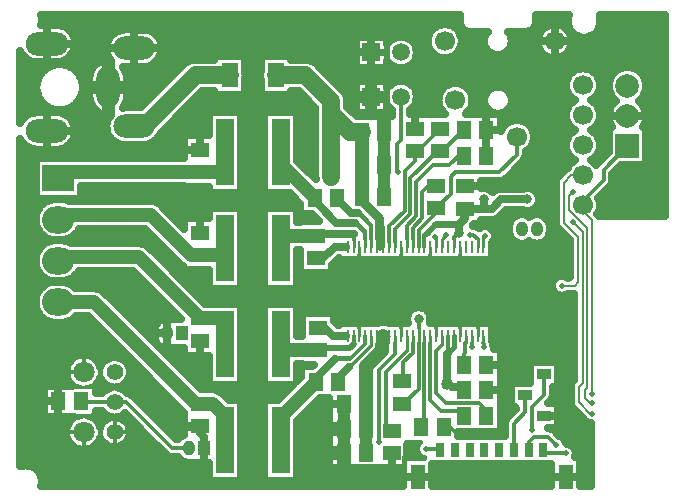
<source format=gbr>
G04 DipTrace 3.3.1.3*
G04 Bottom.gbr*
%MOIN*%
G04 #@! TF.FileFunction,Copper,L2,Bot*
G04 #@! TF.Part,Single*
G04 #@! TA.AperFunction,Nonconductor*
%ADD10C,0.009843*%
G04 #@! TA.AperFunction,Conductor*
%ADD13C,0.01122*%
G04 #@! TA.AperFunction,CopperBalancing*
%ADD14C,0.012992*%
%ADD15C,0.03937*%
%ADD16C,0.025984*%
G04 #@! TA.AperFunction,Conductor*
%ADD17C,0.007874*%
G04 #@! TA.AperFunction,CopperBalancing*
%ADD20C,0.031496*%
G04 #@! TA.AperFunction,Conductor*
%ADD21C,0.059055*%
%ADD22C,0.015748*%
%ADD23C,0.023622*%
G04 #@! TA.AperFunction,ViaPad*
%ADD24C,0.019685*%
G04 #@! TA.AperFunction,CopperBalancing*
%ADD25C,0.043307*%
%ADD26C,0.047244*%
%ADD27C,0.003937*%
%ADD28C,0.025*%
%ADD29C,0.017717*%
%ADD31R,0.059055X0.051181*%
%ADD32R,0.051181X0.059055*%
%ADD37R,0.055118X0.082677*%
G04 #@! TA.AperFunction,ComponentPad*
%ADD40O,0.137795X0.07874*%
%ADD41O,0.07874X0.137795*%
%ADD42O,0.141732X0.07874*%
%ADD43C,0.066929*%
%ADD44R,0.066929X0.066929*%
%ADD45R,0.05937X0.05937*%
%ADD46C,0.05937*%
%ADD47R,0.106299X0.090551*%
%ADD48O,0.106299X0.090551*%
%ADD49R,0.031496X0.047244*%
%ADD50R,0.051181X0.084646*%
G04 #@! TA.AperFunction,ComponentPad*
%ADD51O,0.03937X0.051181*%
%ADD52R,0.03937X0.051181*%
%ADD54R,0.062992X0.224409*%
%ADD63R,0.049213X0.035433*%
%ADD68R,0.01122X0.03937*%
%ADD69R,0.334646X0.137795*%
G04 #@! TA.AperFunction,ComponentPad*
%ADD74C,0.055118*%
%ADD75C,0.070866*%
%ADD78R,0.07874X0.07874*%
%ADD79C,0.07874*%
G04 #@! TA.AperFunction,ViaPad*
%ADD80C,0.04*%
%FSLAX26Y26*%
G04*
G70*
G90*
G75*
G01*
G04 Bottom*
%LPD*%
X3889046Y1125118D2*
D13*
Y1098937D1*
D14*
Y1075521D1*
X3987471Y1125118D2*
D13*
Y1098937D1*
D14*
Y1075521D1*
X4085896Y1125118D2*
D13*
Y1098937D1*
D14*
Y1075521D1*
X3834646Y1507874D2*
D15*
Y1397638D1*
Y1291339D1*
X3889046Y1098937D2*
D14*
Y1026693D1*
X3938259Y977480D1*
X3987471Y1098937D2*
Y1026693D1*
X3938259Y977480D1*
X4085896Y1098937D2*
Y1055836D1*
X4007541Y977480D1*
X3938259D1*
X3699341Y600306D2*
D15*
Y519980D1*
Y439655D1*
X3699136D1*
X3751251Y1125118D2*
D13*
Y1098937D1*
D14*
Y1087332D1*
X3779528Y1059055D1*
X3856684D1*
X3938259Y977480D1*
X3751251Y829843D2*
D13*
Y856024D1*
D14*
Y906230D1*
X3822501Y977480D1*
X3938259D1*
X4007156Y829843D2*
D13*
Y856024D1*
D14*
Y908583D1*
X3938259Y977480D1*
X4085896Y829843D2*
D13*
Y856024D1*
D14*
Y928416D1*
X4036832Y977480D1*
X3938259D1*
X4144951Y829843D2*
D13*
Y856024D1*
D14*
Y957411D1*
X4124882Y977480D1*
X3938259D1*
X4173228Y1429134D2*
D16*
Y1515748D1*
X3108858Y837205D2*
Y776757D1*
X3127741Y757874D1*
X3220472D1*
Y812008D1*
X4031496Y523622D2*
D14*
X4054134D1*
X4076772Y500984D1*
X4221457D1*
X4240157Y519685D1*
Y744094D1*
X4263780Y767717D1*
X3889046Y829843D2*
D13*
Y856024D1*
D14*
Y928268D1*
X3938259Y977480D1*
X3220472Y527559D2*
D16*
Y503848D1*
X3231693Y492627D1*
Y454134D1*
X3889761Y1625984D2*
D14*
Y1480312D1*
X3877953Y1468504D1*
Y1376556D1*
X3878937Y1375572D1*
X4426181Y996063D2*
D17*
X4468504D1*
X4480315Y1007874D1*
Y1158465D1*
X4433071Y1205709D1*
Y1339567D1*
X4457283Y1363780D1*
X4496063D1*
X4046526Y829843D2*
D14*
Y770936D1*
D16*
X4043307Y767717D1*
Y673228D1*
X4059055Y657480D1*
X4086614D1*
X4094488Y649606D1*
X4098425D1*
X4043307Y669291D2*
D14*
Y673228D1*
X4066211Y829843D2*
D22*
Y790621D1*
X4046526Y770936D1*
X4311024Y1283465D2*
D16*
X4224409D1*
X4192913Y1251969D1*
X4160711D1*
X4102362D1*
Y1220472D1*
X4082677Y1200787D1*
D23*
X4007874D1*
D24*
X3976378Y1169291D1*
X3972441D1*
D14*
X3967786Y1164636D1*
Y1125118D1*
X4082677Y1173228D2*
D16*
Y1200787D1*
X4098425Y1216535D1*
Y1248031D1*
X4102362Y1251969D1*
X4165354Y1283465D2*
Y1256612D1*
D14*
X4160711Y1251969D1*
X4066211Y1125118D2*
D13*
Y1151299D1*
D14*
Y1156762D1*
X4082677Y1173228D1*
X2935039Y607874D2*
X2825197D1*
X2822835Y610236D1*
X2935039Y607874D2*
X2973819D1*
X3127559Y454134D1*
X3181693D1*
X3928416Y1125118D2*
D13*
Y1151299D1*
D14*
Y1188259D1*
X3960630Y1220472D1*
Y1307087D1*
X3980315Y1326772D1*
X4006352D1*
Y1328871D1*
X4406496Y464567D2*
X4378937Y492126D1*
X4331693D1*
X4314961Y475394D1*
Y448819D1*
X4325787Y516732D2*
Y592520D1*
X4366142Y632874D1*
Y700787D1*
X4525591Y635827D2*
D17*
Y1214567D1*
X4496063Y1244094D1*
Y1263780D1*
D14*
Y1278273D1*
X4564749Y1346959D1*
Y1382157D1*
X4644677Y1462087D1*
X4125984Y791339D2*
Y802944D1*
X4125266Y803661D1*
D13*
Y829843D1*
X3814961Y476378D2*
D14*
Y714567D1*
X3870079Y769685D1*
Y802944D1*
X3869361Y803661D1*
D13*
Y829843D1*
X3731566D2*
D14*
Y801017D1*
D24*
X3718131Y787583D1*
X3613493D1*
Y781537D1*
D26*
X3507080D1*
X3488189Y800428D1*
X4525591Y569882D2*
D17*
X4519685D1*
X4482283Y607283D1*
Y657480D1*
X4495079Y670276D1*
Y1174213D1*
X4461614Y1207677D1*
X4118110Y1165354D2*
D14*
X4130896D1*
X4144951Y1151299D1*
D13*
Y1125118D1*
X4165354Y791339D2*
D14*
Y802944D1*
X4164636Y803661D1*
D13*
Y829843D1*
Y1125118D2*
Y1161417D1*
X4169291D1*
X3318903Y1696850D2*
D21*
X3204724D1*
X3035433Y1527559D1*
X3000000D1*
X3928416Y829843D2*
D13*
Y803661D1*
D14*
Y770936D1*
X3897638Y740157D1*
Y681102D1*
X3893701Y677165D1*
X3972441Y452756D2*
X4015748D1*
X4019685Y448819D1*
X4070866Y437008D2*
Y446850D1*
X4068898Y448819D1*
X4118110Y437008D2*
Y448819D1*
X4169291Y437008D2*
Y446850D1*
X4167323Y448819D1*
X4216535Y437008D2*
Y448819D1*
X4303150Y631891D2*
Y573819D1*
X4265748Y536417D1*
Y448819D1*
X4438976Y437008D2*
Y437992D1*
X4375000D1*
X4364173Y448819D1*
X4525591Y604331D2*
D17*
X4520669D1*
X4502953Y622047D1*
Y648622D1*
X4510827Y656496D1*
Y1187008D1*
X4449803Y1248031D1*
Y1294291D1*
X4462598Y1307087D1*
X3759843Y1397638D2*
D26*
Y1507874D1*
Y1397638D2*
Y1291339D1*
X3657480Y1358268D2*
D21*
Y1570866D1*
Y1610236D1*
X3570866Y1696850D1*
X3472441D1*
X3810306Y1125118D2*
D13*
Y1151299D1*
D14*
Y1196133D1*
X3817913Y1203740D1*
D20*
Y1220472D1*
X3759843Y1278543D1*
Y1291339D1*
X3829991Y1125118D2*
D13*
Y1151299D1*
D14*
Y1191663D1*
X3817913Y1203740D1*
X3819825Y1117126D2*
Y1203740D1*
X3817913D1*
X3759843Y1507874D2*
D21*
X3720472D1*
X3657480Y1570866D1*
X3773940Y439655D2*
D15*
Y519980D1*
X3774144D1*
Y600306D2*
D26*
Y519980D1*
X3849676Y829843D2*
D13*
X3829991D1*
X3810306D1*
X3829991D2*
D26*
X3826772Y779528D1*
X3774144Y726900D1*
Y600306D1*
D14*
D3*
X3948101Y1125118D2*
Y1180385D1*
X4006352Y1238635D1*
Y1254068D1*
X4055118Y1302835D1*
Y1358268D1*
X4070866Y1374016D1*
X4216535D1*
X4275591Y1433071D1*
Y1492126D1*
X3908731Y1125118D2*
D13*
Y1151299D1*
D14*
Y1196133D1*
X3940945Y1228346D1*
Y1342520D1*
X3996063Y1397638D1*
X4051181D1*
X4098425Y1444882D1*
Y1429134D1*
X3948101Y829843D2*
D13*
Y803661D1*
D14*
Y652825D1*
X3897638Y602362D1*
X3893701D1*
X3948101Y829843D2*
D13*
Y856024D1*
D14*
Y885109D1*
X3948819Y885827D1*
X3908731Y829843D2*
D13*
Y778810D1*
D14*
X3838583Y708661D1*
Y511811D1*
X3858268D1*
X4026841Y829843D2*
D13*
Y798495D1*
D14*
X4007874Y779528D1*
Y637795D1*
X4039370Y606299D1*
X4149606D1*
X4169291Y586614D1*
X4173739Y561626D1*
X3987471Y829843D2*
D13*
Y803661D1*
D14*
Y614891D1*
X4023622Y578740D1*
X4098936D1*
Y561626D1*
X4098731Y732503D2*
Y767411D1*
X4102362Y771042D1*
Y803661D1*
D13*
X4105581D1*
Y829843D1*
X3967786D2*
Y803661D1*
D14*
Y547962D1*
X3956693Y536869D1*
Y523622D1*
X3605619Y675071D2*
D26*
X3488189Y557640D1*
Y480315D1*
X3770936Y829843D2*
D14*
Y802432D1*
X3718583Y750079D1*
X3668126D1*
D16*
X3605619Y687572D1*
D14*
Y675071D1*
X3716535Y724409D2*
D16*
X3680423Y688297D1*
D14*
Y675071D1*
X3790621Y829843D2*
D13*
Y794558D1*
D14*
X3680423Y684360D1*
Y675071D1*
X3711881Y829843D2*
D13*
X3705630D1*
D16*
X3663370D1*
X3636873Y856340D1*
D14*
X3613493D1*
X3770936Y1125118D2*
D13*
Y1151299D1*
D14*
Y1172324D1*
X3736883Y1206377D1*
D16*
X3673545D1*
X3618110Y1261811D1*
D14*
Y1271654D1*
X3602362Y1287402D1*
D26*
X3488189Y1401575D1*
Y1440655D1*
X3677165Y1287402D2*
D14*
X3692913D1*
Y1267717D1*
D16*
X3721457Y1239173D1*
X3745079D1*
D14*
X3790621Y1193631D1*
Y1151299D1*
D13*
Y1125118D1*
X3731566D2*
Y1151299D1*
D14*
Y1168873D1*
D16*
X3613493D1*
D14*
X3607243Y1162622D1*
D26*
X3488189D1*
Y1120542D1*
X3607243Y1087819D2*
D16*
X3630827D1*
X3668126Y1125118D1*
X3704724D1*
D13*
X3711881D1*
X3303150Y480315D2*
D26*
Y561024D1*
X3261811Y602362D1*
X3220472D1*
X3204724D1*
X2866142Y940945D1*
X2748031D1*
X3303150Y800428D2*
Y886811D1*
X3220472D1*
X3016732Y1090551D1*
X2766331D1*
X2754520Y1078740D1*
X2748031D1*
X3303150Y1440655D2*
Y1374016D1*
X3220472D1*
X2783465D1*
D14*
Y1385827D1*
X2748031D1*
Y1354331D1*
X3303150Y1120542D2*
D26*
Y1098425D1*
X3220472D1*
X3188976D1*
X3055118Y1232283D1*
X2748031D1*
Y1216535D1*
X3869361Y1125118D2*
D13*
Y1141732D1*
D14*
Y1184322D1*
X3921260Y1236220D1*
Y1354331D1*
X4011811Y1444882D1*
X4019685D1*
X4027559D1*
X4098425Y1515748D1*
X4019685Y1519685D2*
X3944882Y1444882D1*
X3937008D1*
X3849676Y1125118D2*
D13*
Y1141732D1*
D14*
Y1194156D1*
X3901575Y1246055D1*
Y1377953D1*
X3937008Y1413386D1*
Y1444882D1*
X4039370Y1165354D2*
D13*
X4026841Y1152825D1*
Y1125118D1*
X4003937Y1157480D2*
D14*
X4007156Y1154261D1*
D13*
Y1125118D1*
D15*
X3657480Y1358268D3*
D80*
X4043307Y669291D3*
X4515748Y496063D3*
D24*
X4169291Y1161417D3*
X4165354Y791339D3*
X4118110Y1165354D3*
X4125984Y791339D3*
X4039370Y1165354D3*
X4003937Y1157480D3*
X4525591Y635827D3*
Y604331D3*
Y569882D3*
X4461614Y1207677D3*
X4462598Y1307087D3*
D15*
X3826772Y779528D3*
D20*
X3948819Y885827D3*
D80*
X4007874Y944882D3*
D20*
X4311024Y1283465D3*
D24*
X3878937Y1375572D3*
D20*
X4165354Y1283465D3*
D80*
X4484252Y466535D3*
D20*
X4082677Y1173228D3*
D80*
X3401575Y598425D3*
X4381890Y976378D3*
X3874016D3*
D20*
X3423944Y877343D3*
D80*
X3759843Y976378D3*
X4141732D3*
X4381890Y767717D3*
X3070866Y370079D3*
D20*
X3393701Y1370079D3*
D80*
X2854331Y1012795D3*
D20*
X3425197Y1322835D3*
D80*
X3401575Y370079D3*
Y679790D3*
X2854331Y1298228D3*
Y1440945D3*
Y870079D3*
D24*
X4325787Y516732D3*
X3275591Y1624016D3*
D80*
X2854331Y1155512D3*
X3464567Y1868110D3*
D24*
X3303150Y1624016D3*
D20*
X3366142Y1322835D3*
X3370257Y877343D3*
D24*
X3972441Y452756D3*
X4070866Y437008D3*
X4118110D3*
X4169291D3*
D80*
X3632705Y590551D3*
D24*
X4216535Y437008D3*
D80*
X3627953Y492126D3*
D24*
X3259843Y1771654D3*
D80*
X3921260Y1868110D3*
D24*
X3303150Y1771654D3*
D80*
X4263780Y976378D3*
Y767717D3*
D24*
X3814961Y476378D3*
X3275591Y1578740D3*
X3303150D3*
X3289370Y1600394D3*
X3259843Y1812992D3*
X3303150D3*
X3281496Y1793307D3*
X4438976Y437008D3*
X4406496Y464567D3*
X4426181Y996063D3*
X3670492Y756806D2*
D27*
X3722016D1*
X3670492Y753000D2*
X3722016D1*
X3722406Y760612D2*
X3670102D1*
X3670094Y752054D1*
X3722406Y752047D1*
X3722413Y760605D1*
X2694243Y1872080D2*
D28*
X4083559D1*
X4341614D2*
X4442975D1*
X4556991D2*
X4768480D1*
X2787255Y1847211D2*
X2949152D1*
X3050824D2*
X3989148D1*
X4081705D2*
X4098487D1*
X4326722D2*
X4355310D1*
X4547877D2*
X4768480D1*
X2802362Y1822343D2*
X2915924D1*
X3084089D2*
X3735841D1*
X3846843D2*
X3866352D1*
X3913157D2*
X3977270D1*
X4093583D2*
X4165411D1*
X4259798D2*
X4343432D1*
X4459709D2*
X4768480D1*
X2805089Y1797474D2*
X2906091D1*
X3093921D2*
X3735841D1*
X3939604D2*
X3977773D1*
X4093080D2*
X4166056D1*
X4259152D2*
X4343934D1*
X4459243D2*
X4768480D1*
X2797409Y1772605D2*
X2907060D1*
X3092953D2*
X3735841D1*
X3945273D2*
X3991121D1*
X4079768D2*
X4184609D1*
X4240564D2*
X4357248D1*
X4445894D2*
X4768480D1*
X2622475Y1747736D2*
X2645320D1*
X2772004D2*
X2895290D1*
X3080572D2*
X3187925D1*
X3372274D2*
X3419055D1*
X3587652D2*
X3735841D1*
X3938528D2*
X4768480D1*
X2622475Y1722867D2*
X2707688D1*
X2796226D2*
X2859442D1*
X2967322D2*
X3153476D1*
X3372274D2*
X3419055D1*
X3622101D2*
X3735841D1*
X3846843D2*
X3871950D1*
X3907559D2*
X4626810D1*
X4662563D2*
X4768480D1*
X2622475Y1697999D2*
X2683286D1*
X2820627D2*
X2849143D1*
X2977621D2*
X3128609D1*
X3374248D2*
X3417081D1*
X3646969D2*
X4448249D1*
X4543894D2*
X4590782D1*
X4698554D2*
X4768480D1*
X2622475Y1673130D2*
X2673454D1*
X2830459D2*
X2848175D1*
X2978589D2*
X3103741D1*
X3372274D2*
X3419055D1*
X3671836D2*
X3735841D1*
X3846843D2*
X3863014D1*
X3916495D2*
X4437556D1*
X4554587D2*
X4580448D1*
X4708888D2*
X4768480D1*
X2622475Y1648261D2*
X2672413D1*
X2831500D2*
X2848175D1*
X2978589D2*
X3078874D1*
X3372274D2*
X3419055D1*
X3696703D2*
X3735841D1*
X3940357D2*
X4022950D1*
X4118773D2*
X4179083D1*
X4246126D2*
X4438920D1*
X4553188D2*
X4581021D1*
X4708315D2*
X4768480D1*
X2622475Y1623392D2*
X2679769D1*
X2824180D2*
X2848353D1*
X2978409D2*
X3054005D1*
X3208499D2*
X3567077D1*
X3711165D2*
X3735841D1*
X3945202D2*
X4012329D1*
X4129395D2*
X4164945D1*
X4260265D2*
X4453633D1*
X4538475D2*
X4592827D1*
X4696509D2*
X4768480D1*
X2622475Y1598524D2*
X2699039D1*
X2804909D2*
X2855530D1*
X2971234D2*
X3029138D1*
X3183631D2*
X3591946D1*
X3712852D2*
X3735841D1*
X3937594D2*
X4013764D1*
X4127959D2*
X4166739D1*
X4258471D2*
X4448644D1*
X4543499D2*
X4591140D1*
X4698196D2*
X4768480D1*
X2622475Y1573655D2*
X2664375D1*
X2752950D2*
X2879537D1*
X3158764D2*
X3245843D1*
X3360469D2*
X3430861D1*
X3545524D2*
X3602136D1*
X3922092D2*
X4028584D1*
X4113176D2*
X4188126D1*
X4237084D2*
X4437629D1*
X4554479D2*
X4580555D1*
X4708781D2*
X4768480D1*
X2793283Y1548786D2*
X2908962D1*
X3133896D2*
X3245843D1*
X3360469D2*
X3430861D1*
X3545524D2*
X3602136D1*
X4224631D2*
X4269223D1*
X4281953D2*
X4438777D1*
X4553331D2*
X4580913D1*
X4708458D2*
X4768480D1*
X2804192Y1523917D2*
X2905374D1*
X3109029D2*
X3245843D1*
X3360469D2*
X3430861D1*
X3545524D2*
X3602136D1*
X4325143D2*
X4453130D1*
X4539013D2*
X4579479D1*
X4709858D2*
X4768480D1*
X2804049Y1499049D2*
X2912119D1*
X3087857D2*
X3245843D1*
X3360469D2*
X3430861D1*
X3545524D2*
X3602136D1*
X4334474D2*
X4449039D1*
X4543068D2*
X4579479D1*
X4709858D2*
X4768480D1*
X2792816Y1474180D2*
X2935085D1*
X3064927D2*
X3165104D1*
X3360469D2*
X3430861D1*
X3545524D2*
X3602136D1*
X4331962D2*
X4437736D1*
X4554407D2*
X4579479D1*
X4709858D2*
X4768480D1*
X2622475Y1449311D2*
X2669686D1*
X2747639D2*
X3165104D1*
X3360469D2*
X3430861D1*
X3545524D2*
X3602136D1*
X4315419D2*
X4438633D1*
X4553475D2*
X4579479D1*
X4709858D2*
X4768480D1*
X2622475Y1424442D2*
X3165104D1*
X3360469D2*
X3430861D1*
X3545524D2*
X3602136D1*
X4306627D2*
X4452592D1*
X4539516D2*
X4562362D1*
X4709858D2*
X4768480D1*
X2622475Y1399573D2*
X2669041D1*
X3360469D2*
X3430861D1*
X3559088D2*
X3602136D1*
X4286783D2*
X4449470D1*
X4709858D2*
X4768480D1*
X2622475Y1374705D2*
X2669041D1*
X3360469D2*
X3430861D1*
X3583955D2*
X3602136D1*
X4261916D2*
X4427150D1*
X4601990D2*
X4768480D1*
X2622475Y1349836D2*
X2669041D1*
X3360469D2*
X3430861D1*
X4236509D2*
X4405332D1*
X4597073D2*
X4768480D1*
X2622475Y1324967D2*
X2669041D1*
X2827014D2*
X3245843D1*
X3360469D2*
X3430861D1*
X4157707D2*
X4403323D1*
X4587421D2*
X4768480D1*
X2622475Y1300098D2*
X2669041D1*
X2827014D2*
X3520787D1*
X4348899D2*
X4403323D1*
X4562554D2*
X4768480D1*
X2622475Y1275230D2*
X2702126D1*
X3076589D2*
X3545655D1*
X4351734D2*
X4403323D1*
X4554192D2*
X4768480D1*
X2622475Y1250361D2*
X2677975D1*
X3105942D2*
X3245843D1*
X3360469D2*
X3430861D1*
X4334294D2*
X4403323D1*
X4553761D2*
X4768480D1*
X2622475Y1225492D2*
X2669650D1*
X3130810D2*
X3245843D1*
X3360469D2*
X3430861D1*
X3545524D2*
X3600558D1*
X4220290D2*
X4264415D1*
X4370644D2*
X4403323D1*
X2622475Y1200623D2*
X2670942D1*
X3360469D2*
X3430861D1*
X4135280D2*
X4248123D1*
X4386936D2*
X4403790D1*
X2622475Y1175755D2*
X2682497D1*
X2813558D2*
X3042738D1*
X3360469D2*
X3430861D1*
X4201702D2*
X4247155D1*
X4387904D2*
X4421983D1*
X2622475Y1150886D2*
X2717735D1*
X2778320D2*
X3067606D1*
X3360469D2*
X3430861D1*
X4203245D2*
X4257597D1*
X4377462D2*
X4446850D1*
X2622475Y1126017D2*
X2687951D1*
X3049999D2*
X3092474D1*
X3360469D2*
X3430861D1*
X4196068D2*
X4450546D1*
X2622475Y1101148D2*
X2672808D1*
X3075046D2*
X3117341D1*
X3360469D2*
X3430861D1*
X4196068D2*
X4450546D1*
X2622475Y1076280D2*
X2669112D1*
X3099913D2*
X3142209D1*
X3360469D2*
X3430861D1*
X3673164D2*
X4450546D1*
X2622475Y1051411D2*
X2674745D1*
X3124781D2*
X3165104D1*
X3360469D2*
X3430861D1*
X3662614D2*
X4450546D1*
X2622475Y1026542D2*
X2693155D1*
X2802936D2*
X3011841D1*
X3149650D2*
X3245843D1*
X3360469D2*
X3430861D1*
X3545524D2*
X4410608D1*
X2622475Y1001673D2*
X2705749D1*
X2790304D2*
X3036710D1*
X3174517D2*
X3245843D1*
X3360469D2*
X3430861D1*
X3545524D2*
X4390979D1*
X2622475Y976804D2*
X2679160D1*
X2898962D2*
X3061577D1*
X3199385D2*
X4396684D1*
X2622475Y951936D2*
X2669937D1*
X2924046D2*
X3086445D1*
X3224252D2*
X4465331D1*
X2622475Y927067D2*
X2670475D1*
X2948913D2*
X3111312D1*
X3360469D2*
X3430861D1*
X3545524D2*
X4465331D1*
X2622475Y902198D2*
X2681062D1*
X2973781D2*
X3136181D1*
X3360469D2*
X3430861D1*
X3545524D2*
X3558143D1*
X3668857D2*
X3910848D1*
X3986791D2*
X4465331D1*
X2622475Y877329D2*
X2711993D1*
X2784097D2*
X2860877D1*
X2998648D2*
X3080308D1*
X3360469D2*
X3430861D1*
X3545524D2*
X3558143D1*
X3669755D2*
X3908193D1*
X3989446D2*
X4465331D1*
X2622475Y852461D2*
X2885745D1*
X3023516D2*
X3064377D1*
X3360469D2*
X3430861D1*
X3545524D2*
X3558143D1*
X4196068D2*
X4465331D1*
X2622475Y827592D2*
X2910613D1*
X3048385D2*
X3063514D1*
X3360469D2*
X3430861D1*
X4196068D2*
X4465331D1*
X2622475Y802723D2*
X2935480D1*
X3360469D2*
X3430861D1*
X4199010D2*
X4465331D1*
X2622475Y777854D2*
X2960348D1*
X3098119D2*
X3165104D1*
X3360469D2*
X3430861D1*
X4224955D2*
X4465331D1*
X2622475Y752986D2*
X2791728D1*
X2872049D2*
X2908997D1*
X2961077D2*
X2985215D1*
X3122987D2*
X3245843D1*
X3360469D2*
X3430861D1*
X4224955D2*
X4465331D1*
X2622475Y728117D2*
X2774217D1*
X2984223D2*
X3010084D1*
X3147856D2*
X3245843D1*
X3360469D2*
X3430861D1*
X3545524D2*
X3592304D1*
X4224955D2*
X4315694D1*
X4416576D2*
X4465331D1*
X2622475Y703248D2*
X2770808D1*
X2988206D2*
X3034951D1*
X3172723D2*
X3245843D1*
X3360469D2*
X3430861D1*
X4224955D2*
X4315694D1*
X4416576D2*
X4465331D1*
X2622475Y678379D2*
X2778559D1*
X2979020D2*
X3059819D1*
X3197591D2*
X3245843D1*
X3360469D2*
X3430861D1*
X4224631D2*
X4315694D1*
X4416576D2*
X4462136D1*
X2622475Y653510D2*
X2696600D1*
X2874238D2*
X2910038D1*
X2960037D2*
X3084686D1*
X3222458D2*
X3515154D1*
X4224631D2*
X4252717D1*
X4398455D2*
X4452520D1*
X2622475Y628642D2*
X2696600D1*
X2997715D2*
X3109555D1*
X3304417D2*
X3490286D1*
X4224631D2*
X4252717D1*
X4398168D2*
X4452520D1*
X2622475Y603773D2*
X2696600D1*
X3022583D2*
X3134423D1*
X3360469D2*
X3430861D1*
X3603226D2*
X3647925D1*
X4225171D2*
X4252717D1*
X4416576D2*
X4452735D1*
X2622475Y578904D2*
X2696600D1*
X3047451D2*
X3159290D1*
X3360469D2*
X3430861D1*
X3578357D2*
X3647925D1*
X4225171D2*
X4263554D1*
X4416576D2*
X4469601D1*
X2622475Y554035D2*
X2793020D1*
X2870757D2*
X2911115D1*
X2958961D2*
X2982991D1*
X3072319D2*
X3165104D1*
X3360469D2*
X3430861D1*
X3553490D2*
X3647925D1*
X4225171D2*
X4239189D1*
X4416576D2*
X4493966D1*
X2622475Y529167D2*
X2774612D1*
X2983757D2*
X3007858D1*
X3097186D2*
X3165104D1*
X3360469D2*
X3430861D1*
X3545524D2*
X3647925D1*
X4416576D2*
X4521597D1*
X2622475Y504298D2*
X2770736D1*
X2988314D2*
X3032727D1*
X3122054D2*
X3165104D1*
X3360469D2*
X3430861D1*
X3545524D2*
X3647925D1*
X4082925D2*
X4233411D1*
X4411445D2*
X4521597D1*
X2622475Y479429D2*
X2777984D1*
X2979738D2*
X3057594D1*
X3360469D2*
X3430861D1*
X3545524D2*
X3647710D1*
X4438646D2*
X4521597D1*
X2622475Y454560D2*
X2804682D1*
X2859094D2*
X3082462D1*
X3360469D2*
X3430861D1*
X3545524D2*
X3647710D1*
X4469613D2*
X4521597D1*
X2622475Y429692D2*
X3107975D1*
X3360469D2*
X3430861D1*
X3545524D2*
X3647710D1*
X4473811D2*
X4521597D1*
X2622475Y404823D2*
X3245843D1*
X3360469D2*
X3430861D1*
X3545524D2*
X3647710D1*
X4490390D2*
X4521597D1*
X2680356Y379954D2*
X3245843D1*
X3360469D2*
X3430861D1*
X3545524D2*
X3893480D1*
X3996301D2*
X4387570D1*
X4490390D2*
X4521597D1*
X2693669Y355085D2*
X3245843D1*
X3360469D2*
X3430861D1*
X3545524D2*
X3893480D1*
X3996301D2*
X4387570D1*
X4490390D2*
X4521597D1*
X2693705Y330217D2*
X3893480D1*
X3996301D2*
X4387570D1*
X4490390D2*
X4521597D1*
X3919585Y1568602D2*
X4036984D1*
X4030709Y1574016D1*
X4024921Y1580793D1*
X4020265Y1588391D1*
X4016854Y1596623D1*
X4014774Y1605289D1*
X4014075Y1614173D1*
X4014774Y1623058D1*
X4016854Y1631723D1*
X4020265Y1639955D1*
X4024921Y1647554D1*
X4030709Y1654331D1*
X4037486Y1660118D1*
X4045084Y1664774D1*
X4053316Y1668185D1*
X4061982Y1670265D1*
X4070866Y1670965D1*
X4079751Y1670265D1*
X4088416Y1668185D1*
X4096648Y1664774D1*
X4104247Y1660118D1*
X4111024Y1654331D1*
X4116811Y1647554D1*
X4121467Y1639955D1*
X4124878Y1631723D1*
X4126958Y1623058D1*
X4127657Y1614173D1*
X4126958Y1605289D1*
X4124878Y1596623D1*
X4121467Y1588391D1*
X4116811Y1580793D1*
X4111024Y1574016D1*
X4104726Y1568605D1*
X4205387Y1568644D1*
X4198354Y1570333D1*
X4191672Y1573101D1*
X4185504Y1576881D1*
X4180004Y1581579D1*
X4175306Y1587079D1*
X4171526Y1593247D1*
X4168759Y1599929D1*
X4167070Y1606962D1*
X4166503Y1614173D1*
X4167070Y1621385D1*
X4168759Y1628417D1*
X4171526Y1635100D1*
X4175306Y1641268D1*
X4180004Y1646768D1*
X4185504Y1651466D1*
X4191672Y1655245D1*
X4198354Y1658013D1*
X4205387Y1659702D1*
X4212598Y1660269D1*
X4219810Y1659702D1*
X4226843Y1658013D1*
X4233525Y1655245D1*
X4239693Y1651466D1*
X4245193Y1646768D1*
X4249891Y1641268D1*
X4253671Y1635100D1*
X4256438Y1628417D1*
X4258127Y1621385D1*
X4258694Y1614173D1*
X4258127Y1606962D1*
X4256438Y1599929D1*
X4253671Y1593247D1*
X4249891Y1587079D1*
X4245193Y1581579D1*
X4239693Y1576881D1*
X4233525Y1573101D1*
X4226843Y1570333D1*
X4219458Y1568604D1*
X4222146Y1568602D1*
Y1511339D1*
X4224990Y1517908D1*
X4229646Y1525507D1*
X4235433Y1532283D1*
X4242210Y1538071D1*
X4249808Y1542727D1*
X4258041Y1546138D1*
X4266706Y1548218D1*
X4275591Y1548917D1*
X4284475Y1548218D1*
X4293140Y1546138D1*
X4301373Y1542727D1*
X4308971Y1538071D1*
X4315748Y1532283D1*
X4321535Y1525507D1*
X4326192Y1517908D1*
X4329602Y1509676D1*
X4331682Y1501010D1*
X4332382Y1492126D1*
X4331682Y1483241D1*
X4329602Y1474576D1*
X4326192Y1466344D1*
X4321535Y1458745D1*
X4315748Y1451969D1*
X4308971Y1446181D1*
X4305424Y1443810D1*
X4305322Y1430731D1*
X4304589Y1426109D1*
X4303143Y1421657D1*
X4301018Y1417488D1*
X4298268Y1413702D1*
X4244713Y1360017D1*
X4235904Y1351339D1*
X4232118Y1348588D1*
X4227949Y1346463D1*
X4223497Y1345017D1*
X4218875Y1344285D1*
X4155210Y1344193D1*
X4155217Y1321196D1*
X4162289Y1322419D1*
X4168420D1*
X4174476Y1321459D1*
X4180307Y1319566D1*
X4185770Y1316781D1*
X4190731Y1313177D1*
X4195067Y1308841D1*
X4196543Y1306969D1*
X4200822Y1311081D1*
X4205433Y1314432D1*
X4210510Y1317018D1*
X4215930Y1318780D1*
X4221560Y1319672D1*
X4270341Y1319783D1*
X4296644D1*
X4301902Y1321459D1*
X4307958Y1322419D1*
X4314089D1*
X4320146Y1321459D1*
X4325976Y1319566D1*
X4331440Y1316781D1*
X4336400Y1313177D1*
X4340736Y1308841D1*
X4344340Y1303881D1*
X4347125Y1298417D1*
X4349018Y1292587D1*
X4349978Y1286530D1*
Y1280399D1*
X4349018Y1274343D1*
X4347125Y1268512D1*
X4344340Y1263049D1*
X4340736Y1258088D1*
X4336400Y1253752D1*
X4331440Y1250148D1*
X4325976Y1247364D1*
X4320146Y1245470D1*
X4314089Y1244510D1*
X4307958D1*
X4301902Y1245470D1*
X4296667Y1247144D1*
X4239434Y1247146D1*
X4216501Y1224352D1*
X4211890Y1221001D1*
X4206812Y1218415D1*
X4201392Y1216654D1*
X4195762Y1215761D1*
X4155220Y1215650D1*
X4155217Y1203051D1*
X4134224D1*
X4131745Y1199125D1*
X4129972Y1196877D1*
X4130803Y1195999D1*
X4133236Y1195085D1*
X4137858Y1194353D1*
X4142310Y1192907D1*
X4146479Y1190782D1*
X4148433Y1189476D1*
X4151961Y1189698D1*
X4156598Y1192062D1*
X4161549Y1193671D1*
X4166689Y1194484D1*
X4171894D1*
X4177034Y1193671D1*
X4181984Y1192062D1*
X4186622Y1189698D1*
X4190833Y1186639D1*
X4194513Y1182959D1*
X4197572Y1178748D1*
X4199936Y1174110D1*
X4201545Y1169160D1*
X4202358Y1164020D1*
Y1158815D1*
X4201545Y1153675D1*
X4199936Y1148724D1*
X4197572Y1144087D1*
X4194513Y1139875D1*
X4193567Y1138852D1*
X4193573Y1082106D1*
X4076644D1*
X3997904Y1082142D1*
X3919164D1*
X3820739Y1082106D1*
X3761684Y1082142D1*
X3682944Y1082106D1*
Y1088601D1*
X3660105Y1065734D1*
X3660097Y1038902D1*
X3554388D1*
Y1115678D1*
X3543046Y1115673D1*
X3543012Y985010D1*
X3433366D1*
Y1256073D1*
X3543012D1*
Y1209604D1*
X3554395Y1209571D1*
X3554388Y1211539D1*
X3617007D1*
X3594014Y1234545D1*
X3553445Y1234547D1*
Y1269892D1*
X3518239Y1305129D1*
X3433366Y1305123D1*
Y1576186D1*
X3543012D1*
Y1413164D1*
X3605146Y1351013D1*
X3604626Y1358268D1*
Y1588341D1*
X3548983Y1643986D1*
X3523320Y1643996D1*
X3523327Y1632185D1*
X3421555D1*
Y1682530D1*
X3420238Y1688583D1*
X3419587Y1696850D1*
X3420238Y1705118D1*
X3421552Y1710983D1*
X3421555Y1761516D1*
X3523327D1*
Y1749710D1*
X3575013Y1749542D1*
X3583205Y1748244D1*
X3591093Y1745681D1*
X3598483Y1741916D1*
X3605193Y1737041D1*
X3627727Y1714738D1*
X3697671Y1644563D1*
X3702546Y1637853D1*
X3706311Y1630463D1*
X3708874Y1622575D1*
X3710172Y1614383D1*
X3710335Y1592761D1*
X3742379Y1560714D1*
X3859944Y1560728D1*
X3859938Y1582188D1*
X3855333Y1585673D1*
X3849450Y1591556D1*
X3844346Y1598669D1*
X3844353Y1572972D1*
X3738329D1*
Y1678996D1*
X3844353D1*
X3844562Y1653682D1*
X3849450Y1660412D1*
X3855333Y1666295D1*
X3862063Y1671184D1*
X3869475Y1674961D1*
X3877386Y1677531D1*
X3885602Y1678832D1*
X3893920D1*
X3902136Y1677531D1*
X3910047Y1674961D1*
X3917459Y1671184D1*
X3924189Y1666295D1*
X3930072Y1660412D1*
X3934961Y1653682D1*
X3938738Y1646270D1*
X3941308Y1638360D1*
X3942609Y1630143D1*
Y1621825D1*
X3941308Y1613609D1*
X3938738Y1605698D1*
X3934961Y1598286D1*
X3930072Y1591556D1*
X3924189Y1585673D1*
X3919583Y1582202D1*
X3919584Y1568605D1*
X3650425Y547451D2*
X3650424Y622213D1*
X3619192Y622217D1*
X3543030Y546087D1*
X3543012Y344783D1*
X3433366D1*
Y615846D1*
X3479980D1*
X3529058Y664906D1*
X3433366Y664896D1*
Y935959D1*
X3543012D1*
Y828486D1*
X3560655D1*
X3560639Y905257D1*
X3666348D1*
Y878236D1*
X3678413Y866163D1*
X3682927Y866161D1*
X3682944Y872854D1*
X3811391Y872950D1*
X3818364Y875329D1*
X3825622Y876588D1*
X3832988Y876696D1*
X3840281Y875650D1*
X3847320Y873476D1*
X3848728Y872852D1*
X3911930Y872854D1*
X3910226Y879714D1*
X3909744Y885827D1*
X3910226Y891940D1*
X3911656Y897902D1*
X3914003Y903567D1*
X3917207Y908794D1*
X3921189Y913457D1*
X3925852Y917438D1*
X3931079Y920643D1*
X3936744Y922990D1*
X3942706Y924420D1*
X3948819Y924902D1*
X3954932Y924420D1*
X3960894Y922990D1*
X3966559Y920643D1*
X3971786Y917438D1*
X3976449Y913457D1*
X3980430Y908794D1*
X3983635Y903567D1*
X3985982Y897902D1*
X3987412Y891940D1*
X3987894Y885827D1*
X3987412Y879714D1*
X3985654Y872864D1*
X4193573Y872854D1*
X4193718Y812159D1*
X4194811Y807600D1*
X4197608Y799081D1*
X4198421Y793941D1*
Y788736D1*
X4198108Y785357D1*
X4222451D1*
Y679648D1*
X4222143D1*
X4222146Y614479D1*
X4222656Y614480D1*
Y508772D1*
X4080427D1*
X4080413Y495773D1*
X4235916Y495768D1*
X4236017Y538757D1*
X4236749Y543379D1*
X4238196Y547831D1*
X4240320Y552000D1*
X4243071Y555786D1*
X4273307Y586152D1*
X4268406Y590848D1*
X4255217D1*
Y672934D1*
X4318193D1*
X4318209Y741831D1*
X4414075D1*
Y659744D1*
X4395954D1*
X4395873Y630534D1*
X4395140Y625912D1*
X4393694Y621462D1*
X4391570Y617291D1*
X4388819Y613505D1*
X4379491Y604047D1*
X4414075Y604035D1*
Y521949D1*
X4381277Y521857D1*
X4385899Y521125D1*
X4390350Y519678D1*
X4394520Y517554D1*
X4398306Y514803D1*
X4417304Y495934D1*
X4421555Y494121D1*
X4425992Y491402D1*
X4429950Y488021D1*
X4433331Y484063D1*
X4436050Y479626D1*
X4438042Y474816D1*
X4439172Y470185D1*
X4444165Y469769D1*
X4449226Y468554D1*
X4454035Y466562D1*
X4458472Y463843D1*
X4462430Y460462D1*
X4465811Y456504D1*
X4468530Y452067D1*
X4470522Y447257D1*
X4471738Y442197D1*
X4472146Y437008D1*
X4471738Y431819D1*
X4470522Y426759D1*
X4469531Y424121D1*
X4487894Y424114D1*
Y327463D1*
X4524067Y327461D1*
X4524087Y536761D1*
X4517848Y537629D1*
X4512898Y539238D1*
X4508260Y541601D1*
X4504049Y544660D1*
X4500369Y548340D1*
X4497310Y552551D1*
X4495904Y555110D1*
X4461552Y589577D1*
X4459037Y593038D1*
X4457094Y596850D1*
X4455773Y600919D1*
X4455104Y605144D1*
X4455020Y657480D1*
X4455356Y661745D1*
X4456354Y665906D1*
X4457991Y669858D1*
X4460227Y673505D1*
X4463005Y676759D1*
X4467814Y681567D1*
X4467815Y968797D1*
X4445072Y968799D1*
X4441240Y966509D1*
X4436430Y964517D1*
X4431370Y963302D1*
X4426181Y962894D1*
X4420992Y963302D1*
X4415932Y964517D1*
X4411122Y966509D1*
X4406685Y969228D1*
X4402727Y972609D1*
X4399346Y976567D1*
X4396627Y981004D1*
X4394635Y985814D1*
X4393420Y990874D1*
X4393012Y996063D1*
X4393420Y1001252D1*
X4394635Y1006312D1*
X4396627Y1011122D1*
X4399346Y1015559D1*
X4402727Y1019517D1*
X4406685Y1022898D1*
X4411122Y1025617D1*
X4415932Y1027609D1*
X4420992Y1028824D1*
X4426181Y1029232D1*
X4431370Y1028824D1*
X4436430Y1027609D1*
X4441240Y1025617D1*
X4445043Y1023322D1*
X4453051Y1026247D1*
Y1147140D1*
X4412340Y1188003D1*
X4409824Y1191463D1*
X4407882Y1195276D1*
X4406560Y1199344D1*
X4405891Y1203570D1*
X4405807Y1306759D1*
X4405891Y1341706D1*
X4406560Y1345932D1*
X4407882Y1350000D1*
X4409824Y1353812D1*
X4412339Y1357273D1*
X4438005Y1383058D1*
X4441259Y1385836D1*
X4443046Y1387030D1*
X4445462Y1389562D1*
X4450118Y1397160D1*
X4455906Y1403937D1*
X4462682Y1409724D1*
X4469171Y1413760D1*
X4462682Y1417835D1*
X4455906Y1423622D1*
X4450118Y1430399D1*
X4445462Y1437997D1*
X4442051Y1446230D1*
X4439971Y1454895D1*
X4439272Y1463780D1*
X4439971Y1472664D1*
X4442051Y1481329D1*
X4445462Y1489562D1*
X4450118Y1497160D1*
X4455906Y1503937D1*
X4462682Y1509724D1*
X4469171Y1513760D1*
X4462682Y1517835D1*
X4455906Y1523622D1*
X4450118Y1530399D1*
X4445462Y1537997D1*
X4442051Y1546230D1*
X4439971Y1554895D1*
X4439272Y1563780D1*
X4439971Y1572664D1*
X4442051Y1581329D1*
X4445462Y1589562D1*
X4450118Y1597160D1*
X4455906Y1603937D1*
X4462682Y1609724D1*
X4469171Y1613760D1*
X4462682Y1617835D1*
X4455906Y1623622D1*
X4450118Y1630399D1*
X4445462Y1637997D1*
X4442051Y1646230D1*
X4439971Y1654895D1*
X4439272Y1663780D1*
X4439971Y1672664D1*
X4442051Y1681329D1*
X4445462Y1689562D1*
X4450118Y1697160D1*
X4455906Y1703937D1*
X4462682Y1709724D1*
X4470281Y1714381D1*
X4478513Y1717791D1*
X4487178Y1719871D1*
X4496063Y1720571D1*
X4504948Y1719871D1*
X4513613Y1717791D1*
X4521845Y1714381D1*
X4529444Y1709724D1*
X4536220Y1703937D1*
X4542008Y1697160D1*
X4546664Y1689562D1*
X4550075Y1681329D1*
X4552155Y1672664D1*
X4552854Y1663780D1*
X4552155Y1654895D1*
X4550075Y1646230D1*
X4546664Y1637997D1*
X4542008Y1630399D1*
X4536220Y1623622D1*
X4529444Y1617835D1*
X4522955Y1613799D1*
X4529444Y1609724D1*
X4536220Y1603937D1*
X4542008Y1597160D1*
X4546664Y1589562D1*
X4550075Y1581329D1*
X4552155Y1572664D1*
X4552854Y1563780D1*
X4552155Y1554895D1*
X4550075Y1546230D1*
X4546664Y1537997D1*
X4542008Y1530399D1*
X4536220Y1523622D1*
X4529444Y1517835D1*
X4522955Y1513799D1*
X4529444Y1509724D1*
X4536220Y1503937D1*
X4542008Y1497160D1*
X4546664Y1489562D1*
X4550075Y1481329D1*
X4552155Y1472664D1*
X4552854Y1463780D1*
X4552155Y1454895D1*
X4550075Y1446230D1*
X4546664Y1437997D1*
X4542008Y1430399D1*
X4536220Y1423622D1*
X4529444Y1417835D1*
X4522955Y1413799D1*
X4529444Y1409724D1*
X4536220Y1403937D1*
X4540337Y1399281D1*
X4543661Y1403245D1*
X4582001Y1441585D1*
X4581980Y1524782D1*
X4594289D1*
X4589783Y1531795D1*
X4586618Y1538423D1*
X4584248Y1545375D1*
X4582709Y1552556D1*
X4582020Y1559869D1*
X4582190Y1567213D1*
X4583219Y1574484D1*
X4585091Y1581587D1*
X4587780Y1588421D1*
X4591251Y1594895D1*
X4595454Y1600919D1*
X4600333Y1606408D1*
X4605820Y1611290D1*
X4606852Y1612080D1*
X4600344Y1617752D1*
X4593954Y1625234D1*
X4588814Y1633622D1*
X4585049Y1642711D1*
X4582752Y1652278D1*
X4581980Y1662087D1*
X4582752Y1671894D1*
X4585049Y1681461D1*
X4588814Y1690550D1*
X4593954Y1698938D1*
X4600344Y1706420D1*
X4607825Y1712808D1*
X4616214Y1717949D1*
X4625303Y1721714D1*
X4634870Y1724010D1*
X4644677Y1724783D1*
X4654486Y1724010D1*
X4664051Y1721714D1*
X4673142Y1717949D1*
X4681530Y1712808D1*
X4689010Y1706420D1*
X4695400Y1698938D1*
X4700541Y1690550D1*
X4704306Y1681461D1*
X4706602Y1671894D1*
X4707374Y1662087D1*
X4706602Y1652278D1*
X4704306Y1642711D1*
X4700541Y1633622D1*
X4695400Y1625234D1*
X4689010Y1617752D1*
X4682482Y1612113D1*
X4688209Y1607207D1*
X4693186Y1601807D1*
X4697499Y1595861D1*
X4701087Y1589451D1*
X4703900Y1582667D1*
X4705900Y1575600D1*
X4707060Y1568348D1*
X4707348Y1560249D1*
X4706702Y1552933D1*
X4705206Y1545741D1*
X4702879Y1538776D1*
X4699755Y1532129D1*
X4695873Y1525892D1*
X4695066Y1524785D1*
X4707374Y1524782D1*
Y1399388D1*
X4624159D1*
X4594592Y1369824D1*
X4594480Y1344619D1*
X4593748Y1339997D1*
X4592302Y1335547D1*
X4590177Y1331377D1*
X4587427Y1327591D1*
X4547598Y1287633D1*
X4550075Y1281329D1*
X4552155Y1272664D1*
X4552854Y1263780D1*
X4552155Y1254895D1*
X4550075Y1246230D1*
X4546664Y1237997D1*
X4544528Y1234182D1*
X4547647Y1230592D1*
X4548841Y1228804D1*
X4550808Y1228196D1*
X4556260Y1229035D1*
X4770955D1*
X4770965Y1896936D1*
X4551402Y1896949D1*
X4553308Y1890751D1*
X4554654Y1882255D1*
Y1873651D1*
X4553308Y1865155D1*
X4550650Y1856972D1*
X4546744Y1849308D1*
X4541688Y1842348D1*
X4535605Y1836265D1*
X4528644Y1831209D1*
X4520980Y1827303D1*
X4512798Y1824644D1*
X4504302Y1823299D1*
X4495698D1*
X4487202Y1824644D1*
X4479020Y1827303D1*
X4471356Y1831209D1*
X4464395Y1836265D1*
X4458312Y1842348D1*
X4453256Y1849308D1*
X4449350Y1856972D1*
X4446692Y1865155D1*
X4445346Y1873651D1*
Y1882255D1*
X4446692Y1890751D1*
X4448623Y1896961D1*
X4339255Y1896949D1*
X4339185Y1872546D1*
X4337001Y1862156D1*
X4335667Y1859538D1*
X4330185Y1851612D1*
X4327950Y1849703D1*
X4319853Y1844478D1*
X4317058Y1843570D1*
X4307087Y1841831D1*
X4246909D1*
X4251902Y1835109D1*
X4255185Y1828664D1*
X4257420Y1821785D1*
X4258552Y1814640D1*
Y1807407D1*
X4257420Y1800262D1*
X4255185Y1793383D1*
X4251902Y1786938D1*
X4247650Y1781087D1*
X4242535Y1775972D1*
X4236684Y1771720D1*
X4230239Y1768437D1*
X4223360Y1766202D1*
X4216215Y1765070D1*
X4208982D1*
X4201837Y1766202D1*
X4194958Y1768437D1*
X4188513Y1771720D1*
X4182661Y1775972D1*
X4177547Y1781087D1*
X4173295Y1786938D1*
X4170012Y1793383D1*
X4167777Y1800262D1*
X4166644Y1807407D1*
Y1814640D1*
X4167777Y1821785D1*
X4170012Y1828664D1*
X4173295Y1835109D1*
X4177547Y1840961D1*
X4178344Y1841822D1*
X4116640Y1841917D1*
X4106251Y1844101D1*
X4103633Y1845436D1*
X4095706Y1850917D1*
X4093798Y1853152D1*
X4088572Y1861249D1*
X4087664Y1864043D1*
X4085925Y1874016D1*
Y1896946D1*
X2690509Y1896949D1*
X2691944Y1890466D1*
X2692618Y1881890D1*
X2691944Y1873314D1*
X2690186Y1865839D1*
X2744178Y1865718D1*
X2751467Y1864818D1*
X2758602Y1863072D1*
X2765483Y1860504D1*
X2772017Y1857148D1*
X2778113Y1853052D1*
X2783689Y1848270D1*
X2788667Y1842870D1*
X2792979Y1836925D1*
X2796567Y1830516D1*
X2799381Y1823731D1*
X2801381Y1816664D1*
X2802541Y1809411D1*
X2802827Y1801312D1*
X2802182Y1793996D1*
X2800686Y1786806D1*
X2798360Y1779839D1*
X2795234Y1773192D1*
X2791353Y1766957D1*
X2786769Y1761218D1*
X2781545Y1756054D1*
X2775753Y1751537D1*
X2769472Y1747728D1*
X2762790Y1744681D1*
X2755798Y1742434D1*
X2748589Y1741022D1*
X2741266Y1740462D1*
X2672766Y1740608D1*
X2665482Y1741551D1*
X2658358Y1743340D1*
X2651492Y1745950D1*
X2644979Y1749345D1*
X2638908Y1753478D1*
X2633361Y1758293D1*
X2628416Y1763723D1*
X2624140Y1769696D1*
X2620592Y1776126D1*
X2619959Y1777501D1*
X2619957Y1537437D1*
X2623739Y1544619D1*
X2627942Y1550643D1*
X2632820Y1556134D1*
X2638308Y1561016D1*
X2644329Y1565222D1*
X2650801Y1568696D1*
X2657634Y1571388D1*
X2664736Y1573264D1*
X2672008Y1574295D1*
X2682677Y1574508D1*
X2744178Y1574379D1*
X2751467Y1573479D1*
X2758602Y1571734D1*
X2765483Y1569165D1*
X2772017Y1565810D1*
X2778113Y1561714D1*
X2783689Y1556932D1*
X2788667Y1551531D1*
X2792979Y1545587D1*
X2796567Y1539177D1*
X2799381Y1532392D1*
X2801381Y1525325D1*
X2802541Y1518072D1*
X2802827Y1509974D1*
X2802182Y1502657D1*
X2800686Y1495467D1*
X2798360Y1488500D1*
X2795234Y1481853D1*
X2791353Y1475618D1*
X2786769Y1469879D1*
X2781545Y1464715D1*
X2775753Y1460198D1*
X2769472Y1456390D1*
X2762790Y1453343D1*
X2755798Y1451096D1*
X2748589Y1449684D1*
X2741266Y1449123D1*
X2672766Y1449269D1*
X2665482Y1450213D1*
X2658358Y1452001D1*
X2651492Y1454612D1*
X2644979Y1458007D1*
X2638908Y1462139D1*
X2633361Y1466954D1*
X2628416Y1472385D1*
X2624140Y1478357D1*
X2620592Y1484787D1*
X2619959Y1486163D1*
X2619957Y394383D1*
X2629219Y396668D1*
X2637795Y397343D1*
X2646371Y396668D1*
X2654736Y394659D1*
X2662684Y391367D1*
X2670020Y386873D1*
X2676560Y381285D1*
X2682148Y374744D1*
X2686643Y367408D1*
X2689934Y359461D1*
X2691944Y351096D1*
X2692618Y342520D1*
X2691944Y333944D1*
X2690469Y327472D1*
X3895950Y327461D1*
X3895965Y388088D1*
X3822854Y388091D1*
X3822857Y386801D1*
X3650219D1*
X3650424Y502034D1*
Y547457D1*
X3599281Y732619D2*
X3560639D1*
Y734593D1*
X3542982Y734588D1*
X3543012Y678849D1*
X3556715Y692563D1*
X3556702Y727925D1*
X3594633D1*
X3248331Y763091D2*
X3167618D1*
Y788289D1*
X3115846Y788287D1*
X3115761Y788845D1*
X3110280Y788311D1*
X3104774Y788482D1*
X3099335Y789354D1*
X3094052Y790916D1*
X3089013Y793139D1*
X3084299Y795988D1*
X3079988Y799416D1*
X3076151Y803367D1*
X3072849Y807776D1*
X3070138Y812571D1*
X3068062Y817672D1*
X3066655Y822997D1*
X3065941Y828459D1*
X3065854Y843942D1*
X3066314Y849432D1*
X3067470Y854816D1*
X3069306Y860010D1*
X3071790Y864927D1*
X3074882Y869484D1*
X3078530Y873610D1*
X3082677Y877236D1*
X3087253Y880302D1*
X3092182Y882759D1*
X3097387Y884564D1*
X3102778Y885690D1*
X3108269Y886118D1*
X3113770Y885841D1*
X3115852Y885545D1*
X3115846Y886122D1*
X3154781D1*
X2997299Y1043588D1*
X2814812Y1043602D1*
X2811406Y1038417D1*
X2804415Y1030231D1*
X2796228Y1023240D1*
X2787050Y1017615D1*
X2777105Y1013496D1*
X2766638Y1010983D1*
X2755906Y1010138D1*
X2734776Y1010349D1*
X2724143Y1012033D1*
X2713904Y1015360D1*
X2704312Y1020247D1*
X2695604Y1026575D1*
X2687992Y1034186D1*
X2681664Y1042895D1*
X2676777Y1052487D1*
X2673450Y1062726D1*
X2671766Y1073358D1*
Y1084122D1*
X2673450Y1094755D1*
X2676777Y1104993D1*
X2681664Y1114585D1*
X2687992Y1123294D1*
X2695604Y1130906D1*
X2704312Y1137234D1*
X2713904Y1142121D1*
X2724143Y1145448D1*
X2734776Y1147131D1*
X2755906Y1147343D1*
X2761287Y1147131D1*
X2771920Y1145448D1*
X2782159Y1142121D1*
X2791291Y1137491D1*
X3020416Y1137356D1*
X3027693Y1136203D1*
X3034699Y1133927D1*
X3041262Y1130581D1*
X3047223Y1126252D1*
X3069417Y1104262D1*
X3237925Y935753D1*
X3248322Y935728D1*
X3248327Y935959D1*
X3357972D1*
Y664896D1*
X3248327D1*
Y763112D1*
X3167618Y500682D2*
Y573067D1*
X2846715Y893976D1*
X2805892Y893996D1*
X2800459Y888780D1*
X2791751Y882451D1*
X2782159Y877564D1*
X2771920Y874238D1*
X2761287Y872554D1*
X2740157Y872343D1*
X2734776Y872554D1*
X2724143Y874238D1*
X2713904Y877564D1*
X2704312Y882451D1*
X2695604Y888780D1*
X2687992Y896391D1*
X2681664Y905100D1*
X2676777Y914692D1*
X2673450Y924930D1*
X2671766Y935563D1*
Y946327D1*
X2673450Y956959D1*
X2676777Y967198D1*
X2681664Y976790D1*
X2687992Y985499D1*
X2695604Y993110D1*
X2704312Y999438D1*
X2713904Y1004325D1*
X2724143Y1007652D1*
X2734776Y1009336D1*
X2755906Y1009547D1*
X2766638Y1008702D1*
X2777105Y1006189D1*
X2787050Y1002070D1*
X2796228Y996445D1*
X2804415Y989454D1*
X2805857Y987894D1*
X2869825Y987749D1*
X2877102Y986597D1*
X2884109Y984320D1*
X2890672Y980975D1*
X2896633Y976646D1*
X2918827Y954656D1*
X3222223Y651259D1*
X3273327Y651280D1*
Y647870D1*
X3279778Y645738D1*
X3286341Y642392D1*
X3292302Y638063D1*
X3314724Y615845D1*
X3357972Y615846D1*
Y344783D1*
X3248327D1*
Y405248D1*
X3188681Y405217D1*
Y405783D1*
X3181693Y405217D1*
X3174965Y405747D1*
X3168402Y407322D1*
X3162165Y409904D1*
X3156411Y413430D1*
X3151280Y417815D1*
X3146895Y422946D1*
X3145979Y424318D1*
X3125219Y424403D1*
X3120597Y425135D1*
X3116146Y426581D1*
X3111976Y428706D1*
X3108190Y431457D1*
X3054505Y485012D1*
X2969274Y570243D1*
X2964949Y566706D1*
X2958140Y562534D1*
X2950764Y559479D1*
X2944392Y557892D1*
X2950383Y556391D1*
X2957206Y553677D1*
X2963568Y550010D1*
X2969335Y545466D1*
X2974388Y540139D1*
X2978622Y534139D1*
X2981949Y527593D1*
X2984299Y520638D1*
X2985622Y513415D1*
X2985892Y506037D1*
X2985098Y498738D1*
X2983262Y491629D1*
X2980423Y484857D1*
X2976636Y478566D1*
X2971986Y472883D1*
X2966566Y467930D1*
X2960488Y463808D1*
X2953881Y460605D1*
X2946882Y458386D1*
X2939636Y457197D1*
X2932295Y457062D1*
X2925010Y457987D1*
X2917934Y459949D1*
X2911215Y462909D1*
X2904992Y466807D1*
X2899395Y471559D1*
X2894539Y477067D1*
X2890528Y483217D1*
X2887651Y489353D1*
X2885109Y482966D1*
X2881587Y476521D1*
X2877287Y470567D1*
X2872278Y465196D1*
X2866639Y460491D1*
X2860457Y456526D1*
X2853828Y453364D1*
X2846857Y451052D1*
X2839652Y449629D1*
X2832325Y449115D1*
X2824993Y449520D1*
X2817768Y450836D1*
X2810762Y453043D1*
X2804088Y456108D1*
X2797848Y459980D1*
X2792139Y464601D1*
X2787051Y469898D1*
X2782664Y475787D1*
X2779046Y482178D1*
X2776253Y488971D1*
X2774329Y496059D1*
X2773306Y503332D1*
X2773197Y510675D1*
X2774004Y517975D1*
X2775717Y525117D1*
X2778306Y531990D1*
X2781734Y538486D1*
X2785944Y544503D1*
X2790871Y549948D1*
X2796441Y554736D1*
X2800255Y557382D1*
X2699114D1*
Y663091D1*
X2793833D1*
X2788260Y668514D1*
X2783692Y674264D1*
X2779875Y680539D1*
X2776871Y687241D1*
X2774727Y694265D1*
X2773476Y701503D1*
X2773138Y708839D1*
X2773717Y716160D1*
X2775205Y723352D1*
X2777579Y730302D1*
X2780801Y736902D1*
X2784822Y743049D1*
X2789576Y748646D1*
X2794993Y753605D1*
X2800986Y757850D1*
X2807462Y761315D1*
X2814319Y763945D1*
X2821450Y765699D1*
X2828745Y766550D1*
X2836089Y766484D1*
X2843367Y765501D1*
X2850467Y763619D1*
X2857276Y760867D1*
X2863688Y757286D1*
X2869604Y752934D1*
X2874930Y747878D1*
X2879584Y742196D1*
X2883492Y735978D1*
X2886596Y729322D1*
X2887647Y726398D1*
X2889699Y730975D1*
X2893871Y737783D1*
X2899058Y743856D1*
X2905130Y749042D1*
X2911938Y753214D1*
X2919315Y756269D1*
X2927079Y758134D1*
X2935039Y758760D1*
X2943000Y758134D1*
X2950764Y756269D1*
X2958140Y753214D1*
X2964949Y749042D1*
X2971021Y743856D1*
X2976207Y737783D1*
X2980379Y730975D1*
X2983434Y723598D1*
X2985299Y715835D1*
X2985925Y707874D1*
X2985299Y699913D1*
X2983434Y692150D1*
X2980379Y684773D1*
X2976207Y677965D1*
X2971021Y671892D1*
X2964949Y666706D1*
X2958140Y662534D1*
X2950764Y659479D1*
X2944392Y657892D1*
X2950764Y656269D1*
X2958140Y653214D1*
X2964949Y649042D1*
X2971021Y643856D1*
X2976337Y637589D1*
X2980781Y636873D1*
X2985231Y635427D1*
X2989402Y633302D1*
X2993188Y630551D1*
X3046873Y576996D1*
X3139919Y483950D1*
X3145967Y483957D1*
X3148987Y487974D1*
X3153759Y492745D1*
X3159219Y496713D1*
X3165234Y499777D1*
X3167622Y500659D1*
X3169455Y1497736D2*
X3248322D1*
X3248327Y1576186D1*
X3357972D1*
Y1305123D1*
X3248327D1*
Y1325110D1*
X3167618Y1325098D1*
Y1327072D1*
X2824491Y1327067D1*
X2824508Y1285728D1*
X2671555D1*
Y1422933D1*
X2824508D1*
Y1420959D1*
X3167605Y1420965D1*
X3167618Y1497736D1*
X3169455D1*
Y1222146D2*
X3248322D1*
X3248327Y1256073D1*
X3357972D1*
Y985010D1*
X3248327D1*
Y1049495D1*
X3167618Y1049508D1*
Y1056648D1*
X3161381Y1060442D1*
X3155778Y1065227D1*
X3035684Y1185323D1*
X2817026Y1185335D1*
X2811406Y1176213D1*
X2804415Y1168026D1*
X2796228Y1161035D1*
X2787050Y1155411D1*
X2777105Y1151291D1*
X2766638Y1148778D1*
X2755906Y1147933D1*
X2734776Y1148144D1*
X2724143Y1149828D1*
X2713904Y1153155D1*
X2704312Y1158042D1*
X2695604Y1164370D1*
X2687992Y1171982D1*
X2681664Y1180690D1*
X2676777Y1190282D1*
X2673450Y1200521D1*
X2671766Y1211154D1*
Y1221917D1*
X2673450Y1232550D1*
X2676777Y1242789D1*
X2681664Y1252381D1*
X2687992Y1261089D1*
X2695604Y1268701D1*
X2704312Y1275029D1*
X2713904Y1279916D1*
X2724143Y1283243D1*
X2734776Y1284927D1*
X2755906Y1285138D1*
X2766638Y1284293D1*
X2777105Y1281780D1*
X2783630Y1279238D1*
X3058802Y1279088D1*
X3066079Y1277936D1*
X3073085Y1275659D1*
X3079648Y1272314D1*
X3085609Y1267984D1*
X3107803Y1245995D1*
X3167610Y1186188D1*
X3167618Y1222146D1*
X3169455D1*
X2869909Y663091D2*
X2871752D1*
Y637720D1*
X2893871Y637783D1*
X2899058Y643856D1*
X2905130Y649042D1*
X2911938Y653214D1*
X2919315Y656269D1*
X2925686Y657856D1*
X2919315Y659479D1*
X2911938Y662534D1*
X2905130Y666706D1*
X2899058Y671892D1*
X2893871Y677965D1*
X2889699Y684773D1*
X2887665Y689382D1*
X2885109Y682966D1*
X2881587Y676521D1*
X2877287Y670567D1*
X2872278Y665196D1*
X2869919Y663088D1*
X2871752Y578081D2*
Y557382D1*
X2863688Y557286D1*
X2869604Y552934D1*
X2874930Y547878D1*
X2879584Y542196D1*
X2883492Y535978D1*
X2886596Y529322D1*
X2887647Y526398D1*
X2890508Y532497D1*
X2894514Y538650D1*
X2899366Y544161D1*
X2904961Y548917D1*
X2911180Y552820D1*
X2917898Y555786D1*
X2924971Y557753D1*
X2925600Y557869D1*
X2919315Y559479D1*
X2911938Y562534D1*
X2905130Y566706D1*
X2899058Y571892D1*
X2893811Y578055D1*
X2871776Y578051D1*
X3277203Y1761516D2*
X3369789D1*
Y1711171D1*
X3371106Y1705118D1*
X3371757Y1696850D1*
X3371106Y1688583D1*
X3369791Y1682718D1*
X3369789Y1632185D1*
X3268017D1*
Y1643991D1*
X3226644Y1643996D1*
X3088256Y1505634D1*
X3085391Y1499096D1*
X3080251Y1490707D1*
X3073861Y1483226D1*
X3066379Y1476836D1*
X3057991Y1471696D1*
X3048902Y1467930D1*
X3039336Y1465634D1*
X3029528Y1464862D1*
X2970472D1*
X2960664Y1465634D1*
X2951098Y1467930D1*
X2942009Y1471696D1*
X2933621Y1476836D1*
X2926139Y1483226D1*
X2919749Y1490707D1*
X2914609Y1499096D1*
X2910844Y1508185D1*
X2908547Y1517751D1*
X2907776Y1527559D1*
X2908547Y1537367D1*
X2910844Y1546933D1*
X2914609Y1556022D1*
X2919749Y1564411D1*
X2920761Y1565696D1*
X2912657Y1565260D1*
X2905331Y1565776D1*
X2898114Y1567144D1*
X2891108Y1569348D1*
X2884407Y1572356D1*
X2878104Y1576126D1*
X2872285Y1580608D1*
X2867030Y1585739D1*
X2862411Y1591450D1*
X2858492Y1597661D1*
X2855325Y1604290D1*
X2852957Y1611241D1*
X2851417Y1618424D1*
X2850728Y1625736D1*
X2850776Y1690301D1*
X2851591Y1697601D1*
X2853253Y1704755D1*
X2855741Y1711665D1*
X2859020Y1718238D1*
X2863046Y1724381D1*
X2867761Y1730012D1*
X2873104Y1735052D1*
X2878999Y1739433D1*
X2885366Y1743096D1*
X2892118Y1745987D1*
X2899161Y1748070D1*
X2906400Y1749315D1*
X2913735Y1749703D1*
X2920701Y1749272D1*
X2916490Y1755516D1*
X2913131Y1762047D1*
X2910559Y1768928D1*
X2908810Y1776060D1*
X2907907Y1783350D1*
X2907862Y1790694D1*
X2908677Y1797995D1*
X2910340Y1805148D1*
X2912828Y1812059D1*
X2916106Y1818631D1*
X2920133Y1824774D1*
X2924848Y1830406D1*
X2930190Y1835446D1*
X2936085Y1839827D1*
X2942453Y1843490D1*
X2949205Y1846381D1*
X2956248Y1848463D1*
X2963487Y1849709D1*
X2972310Y1850098D1*
X3033549Y1849970D1*
X3040837Y1849070D1*
X3047972Y1847324D1*
X3054853Y1844756D1*
X3061387Y1841400D1*
X3067483Y1837304D1*
X3073059Y1832522D1*
X3078037Y1827122D1*
X3082349Y1821177D1*
X3085937Y1814768D1*
X3088751Y1807983D1*
X3090751Y1800916D1*
X3091911Y1793663D1*
X3092197Y1785564D1*
X3091552Y1778248D1*
X3090056Y1771058D1*
X3087730Y1764091D1*
X3084604Y1757444D1*
X3080723Y1751209D1*
X3076139Y1745470D1*
X3070915Y1740306D1*
X3065123Y1735789D1*
X3058843Y1731980D1*
X3052160Y1728933D1*
X3045168Y1726686D1*
X3037959Y1725274D1*
X3030636Y1724714D1*
X2966073Y1724860D1*
X2963151Y1725140D1*
X2967175Y1719220D1*
X2970572Y1712709D1*
X2973186Y1705845D1*
X2974979Y1698722D1*
X2975927Y1691438D1*
X2976083Y1675984D1*
X2975841Y1622448D1*
X2974768Y1615182D1*
X2972853Y1608091D1*
X2970122Y1601273D1*
X2966613Y1594820D1*
X2963151Y1589827D1*
X2970492Y1590255D1*
X3023402Y1590256D1*
X3170398Y1737041D1*
X3177108Y1741916D1*
X3184497Y1745681D1*
X3192386Y1748244D1*
X3200577Y1749542D1*
X3232283Y1749705D1*
X3267988D1*
X3268017Y1761516D1*
X3277203D1*
X2829322Y1651392D2*
X2828605Y1645343D1*
X2827416Y1639367D1*
X2825762Y1633503D1*
X2823654Y1627787D1*
X2821104Y1622255D1*
X2818126Y1616938D1*
X2814741Y1611873D1*
X2810970Y1607088D1*
X2806835Y1602614D1*
X2802361Y1598479D1*
X2797576Y1594707D1*
X2792510Y1591323D1*
X2787194Y1588345D1*
X2781661Y1585795D1*
X2775946Y1583686D1*
X2770081Y1582033D1*
X2764106Y1580844D1*
X2758056Y1580127D1*
X2751969Y1579888D1*
X2745881Y1580127D1*
X2739831Y1580844D1*
X2733856Y1582033D1*
X2727991Y1583686D1*
X2722276Y1585795D1*
X2716743Y1588345D1*
X2711427Y1591323D1*
X2706361Y1594707D1*
X2701576Y1598479D1*
X2697102Y1602614D1*
X2692967Y1607088D1*
X2689196Y1611873D1*
X2685811Y1616938D1*
X2682833Y1622255D1*
X2680283Y1627787D1*
X2678175Y1633503D1*
X2676521Y1639367D1*
X2675332Y1645343D1*
X2674615Y1651392D1*
X2674377Y1657480D1*
X2674615Y1663568D1*
X2675332Y1669618D1*
X2676521Y1675593D1*
X2678175Y1681458D1*
X2680283Y1687173D1*
X2682833Y1692706D1*
X2685811Y1698022D1*
X2689196Y1703088D1*
X2692967Y1707873D1*
X2697102Y1712346D1*
X2701576Y1716482D1*
X2706361Y1720253D1*
X2711427Y1723638D1*
X2716743Y1726615D1*
X2722276Y1729165D1*
X2727991Y1731274D1*
X2733856Y1732928D1*
X2739831Y1734117D1*
X2745881Y1734833D1*
X2751969Y1735072D1*
X2758056Y1734833D1*
X2764106Y1734117D1*
X2770081Y1732928D1*
X2775946Y1731274D1*
X2781661Y1729165D1*
X2787194Y1726615D1*
X2792510Y1723638D1*
X2797576Y1720253D1*
X2802361Y1716482D1*
X2806835Y1712346D1*
X2810970Y1707873D1*
X2814741Y1703088D1*
X2818126Y1698022D1*
X2821104Y1692706D1*
X2823654Y1687173D1*
X2825762Y1681458D1*
X2827416Y1675593D1*
X2828605Y1669618D1*
X2829322Y1663568D1*
X2829560Y1657480D1*
X2829322Y1651392D1*
X4458336Y1809186D2*
X4457625Y1801877D1*
X4455976Y1794720D1*
X4453417Y1787837D1*
X4449992Y1781341D1*
X4445756Y1775341D1*
X4440782Y1769938D1*
X4435152Y1765222D1*
X4428962Y1761272D1*
X4422312Y1758154D1*
X4415316Y1755920D1*
X4408091Y1754608D1*
X4400756Y1754238D1*
X4393436Y1754819D1*
X4386251Y1756339D1*
X4379322Y1758774D1*
X4372765Y1762083D1*
X4366690Y1766209D1*
X4361199Y1771085D1*
X4356383Y1776630D1*
X4352323Y1782749D1*
X4349085Y1789341D1*
X4346727Y1796295D1*
X4345285Y1803497D1*
X4344783Y1810824D1*
X4345232Y1818154D1*
X4346625Y1825365D1*
X4348934Y1832336D1*
X4352125Y1838950D1*
X4356142Y1845098D1*
X4360919Y1850676D1*
X4366375Y1855592D1*
X4372421Y1859761D1*
X4378954Y1863115D1*
X4385866Y1865598D1*
X4393039Y1867169D1*
X4400356Y1867802D1*
X4407693Y1867484D1*
X4414928Y1866223D1*
X4421940Y1864038D1*
X4428610Y1860967D1*
X4434829Y1857060D1*
X4440492Y1852385D1*
X4445504Y1847017D1*
X4449781Y1841047D1*
X4453252Y1834575D1*
X4455860Y1827709D1*
X4457559Y1820564D1*
X4458322Y1813260D1*
X4458336Y1809186D1*
X4092050Y1806568D2*
X4090655Y1797766D1*
X4087902Y1789290D1*
X4083856Y1781350D1*
X4078618Y1774140D1*
X4072316Y1767839D1*
X4065106Y1762601D1*
X4057167Y1758555D1*
X4048690Y1755802D1*
X4039888Y1754407D1*
X4030978D1*
X4022176Y1755802D1*
X4013699Y1758555D1*
X4005760Y1762601D1*
X3998550Y1767839D1*
X3992248Y1774140D1*
X3987010Y1781350D1*
X3982965Y1789290D1*
X3980211Y1797766D1*
X3978816Y1806568D1*
Y1815479D1*
X3980211Y1824281D1*
X3982965Y1832757D1*
X3987010Y1840697D1*
X3992248Y1847907D1*
X3998550Y1854209D1*
X4005760Y1859446D1*
X4013699Y1863492D1*
X4022176Y1866245D1*
X4030978Y1867640D1*
X4039888D1*
X4048690Y1866245D1*
X4057167Y1863492D1*
X4065106Y1859446D1*
X4072316Y1854209D1*
X4078618Y1847907D1*
X4083856Y1840697D1*
X4087902Y1832757D1*
X4090655Y1824281D1*
X4092050Y1815479D1*
Y1806568D1*
X4029802Y401870D2*
X3993773D1*
X3993799Y327463D1*
X4390075Y327461D1*
X4390059Y401867D1*
X4079035Y401870D1*
X4029823Y401906D1*
X4249508Y1190932D2*
X4250038Y1197673D1*
X4251613Y1204236D1*
X4254196Y1210472D1*
X4257722Y1216227D1*
X4262106Y1221358D1*
X4267238Y1225743D1*
X4272992Y1229269D1*
X4279228Y1231852D1*
X4285791Y1233427D1*
X4292520Y1233957D1*
X4299248Y1233427D1*
X4305811Y1231852D1*
X4312047Y1229269D1*
X4317505Y1225940D1*
X4322992Y1229269D1*
X4329228Y1231852D1*
X4335791Y1233427D1*
X4342520Y1233957D1*
X4349248Y1233427D1*
X4355811Y1231852D1*
X4362047Y1229269D1*
X4367802Y1225743D1*
X4372933Y1221358D1*
X4377318Y1216227D1*
X4380844Y1210472D1*
X4383427Y1204236D1*
X4385001Y1197673D1*
X4385531Y1190945D1*
X4385399Y1175760D1*
X4384343Y1169093D1*
X4382257Y1162675D1*
X4379193Y1156660D1*
X4375226Y1151199D1*
X4370454Y1146428D1*
X4364993Y1142461D1*
X4358979Y1139396D1*
X4352560Y1137311D1*
X4345894Y1136255D1*
X4339146D1*
X4332479Y1137311D1*
X4326060Y1139396D1*
X4320046Y1142461D1*
X4317534Y1144139D1*
X4312047Y1140810D1*
X4305811Y1138227D1*
X4299248Y1136652D1*
X4292520Y1136122D1*
X4285791Y1136652D1*
X4279228Y1138227D1*
X4272992Y1140810D1*
X4267238Y1144336D1*
X4262106Y1148720D1*
X4257722Y1153852D1*
X4254196Y1159606D1*
X4251613Y1165843D1*
X4250038Y1172406D1*
X4249508Y1179147D1*
Y1190811D1*
X3740164Y1826634D2*
X3844350D1*
X3844559Y1801320D1*
X3849448Y1808050D1*
X3855331Y1813933D1*
X3862060Y1818822D1*
X3869472Y1822598D1*
X3877383Y1825169D1*
X3885600Y1826470D1*
X3893917D1*
X3902134Y1825169D1*
X3910045Y1822598D1*
X3917457Y1818822D1*
X3924186Y1813933D1*
X3930070Y1808050D1*
X3934958Y1801320D1*
X3938735Y1793908D1*
X3941306Y1785997D1*
X3942606Y1777781D1*
Y1769463D1*
X3941306Y1761247D1*
X3938735Y1753336D1*
X3934958Y1745924D1*
X3930070Y1739194D1*
X3924186Y1733311D1*
X3917457Y1728423D1*
X3910045Y1724646D1*
X3902134Y1722075D1*
X3893917Y1720774D1*
X3885600D1*
X3877383Y1722075D1*
X3869472Y1724646D1*
X3862060Y1728423D1*
X3855331Y1733311D1*
X3849448Y1739194D1*
X3844344Y1746307D1*
X3844350Y1720610D1*
X3738327D1*
Y1826634D1*
X3740164D1*
X3937008Y1568567D2*
D16*
Y1519685D1*
X3650459Y600306D2*
X3699341D1*
X3834646Y1560693D2*
D26*
Y1507874D1*
X3650459Y519980D2*
X3699341D1*
X3699136Y439655D2*
Y386836D1*
X3650256Y439655D2*
X3699136D1*
X4173228Y649606D2*
D16*
X4222110D1*
X4102362Y1326772D2*
X4155181D1*
X4173534Y732503D2*
X4222416D1*
X3858268Y437008D2*
Y388126D1*
X3220472Y812008D2*
Y763126D1*
X3167654Y527559D2*
D20*
X3220472D1*
Y1497701D2*
D16*
Y1448819D1*
X3167654D2*
X3220472D1*
Y1222110D2*
Y1173228D1*
X2748031Y663055D2*
Y557417D1*
X2699150Y610236D2*
X2748031D1*
X2913386Y1749669D2*
D25*
Y1565291D1*
X2850724Y1657480D2*
X2976047D1*
X3000000Y1850063D2*
D16*
Y1724740D1*
X2907811Y1787402D2*
X3092189D1*
X2708661Y1865811D2*
Y1740488D1*
Y1803150D2*
X2802819D1*
X2708661Y1574472D2*
Y1449150D1*
Y1511811D2*
X2802819D1*
X4401575Y1867780D2*
Y1754268D1*
X4344819Y1811024D2*
X4458331D1*
X3791341Y1678959D2*
D15*
Y1573008D1*
X3738366Y1625984D2*
X3791341D1*
X4390094Y358465D2*
D16*
X4487858D1*
X3896000D2*
X3993764D1*
X3108858Y886087D2*
Y788323D1*
X3065882Y837205D2*
X3108858D1*
X3791339Y1826597D2*
Y1720646D1*
X3738364Y1773622D2*
X3791339D1*
X3231693Y454134D2*
Y405252D1*
X4173228Y1568567D2*
Y1515748D1*
X4222110D1*
X4366142Y562992D2*
X4414039D1*
X2935039Y558724D2*
D14*
Y457024D1*
Y507874D2*
X2985890D1*
X2831890D2*
Y449150D1*
X2773165Y507874D2*
X2831890D1*
Y766598D2*
Y707874D1*
X2773165D2*
X2831890D1*
X4582017Y1562087D2*
D16*
X4707339D1*
X3904348Y465945D2*
D29*
X3944542D1*
X3904348Y448360D2*
X3941740D1*
X3904348Y430774D2*
X3951360D1*
X3953076Y474685D2*
X3939928D1*
X3939961Y473425D1*
X3907192D1*
X3907205Y466811D1*
X3902533D1*
X3902559Y422232D1*
X3967508Y422244D1*
X3965613Y424312D1*
X3961247Y425731D1*
X3957157Y427815D1*
X3953444Y430513D1*
X3950198Y433759D1*
X3947500Y437472D1*
X3945416Y441562D1*
X3943997Y445928D1*
X3943280Y450461D1*
Y455051D1*
X3943997Y459584D1*
X3945416Y463950D1*
X3947500Y468039D1*
X3950198Y471753D1*
X3953108Y474689D1*
D31*
X3937008Y1444882D3*
Y1519685D3*
D32*
X3759843Y1291339D3*
X3834646D3*
X3774144Y600306D3*
X3699341D3*
X3759843Y1397638D3*
X3834646D3*
X3759843Y1507874D3*
X3834646D3*
X3774144Y519980D3*
X3699341D3*
X3773940Y439655D3*
X3699136D3*
X4173228Y649606D3*
X4098425D3*
D31*
X4102362Y1326772D3*
Y1251969D3*
D32*
X4173739Y561626D3*
X4098936D3*
X3956693Y523622D3*
X4031496D3*
D31*
X4006352Y1254068D3*
Y1328871D3*
D32*
X4173228Y1429134D3*
X4098425D3*
X4098731Y732503D3*
X4173534D3*
D31*
X3607243Y1162622D3*
Y1087819D3*
X3893701Y602362D3*
Y677165D3*
X3858268Y437008D3*
Y511811D3*
D32*
X3602362Y1287402D3*
X3677165D3*
D31*
X3613493Y781537D3*
Y856340D3*
D32*
X3605619Y675071D3*
X3680423D3*
D31*
X3220472Y812008D3*
Y886811D3*
Y527559D3*
Y602362D3*
Y1448819D3*
Y1374016D3*
Y1173228D3*
Y1098425D3*
D32*
X2822835Y610236D3*
X2748031D3*
D37*
X3472441Y1696850D3*
X3318903D3*
D40*
X3000000Y1527559D3*
D41*
X2913386Y1657480D3*
D40*
X3000000Y1787402D3*
D42*
X2708661Y1803150D3*
Y1511811D3*
D43*
X4401575Y1811024D3*
X4275591Y1492126D3*
X4070866Y1614173D3*
X4035433Y1811024D3*
D44*
X4496063Y1763780D3*
D43*
Y1663780D3*
Y1563780D3*
Y1463780D3*
Y1363780D3*
Y1263780D3*
D45*
X3791341Y1625984D3*
D46*
X3889761D3*
D47*
X2748031Y1354331D3*
D48*
Y1216535D3*
Y1078740D3*
Y940945D3*
D49*
X4019685Y448819D3*
X4068898D3*
D50*
X4438976Y358465D3*
X3944882D3*
D49*
X4118110Y448819D3*
X4216535D3*
X4167323D3*
X4314961D3*
X4265748D3*
X4364173D3*
D51*
X3108858Y837205D3*
D52*
X3158858D3*
D51*
X4292520Y1185039D3*
X4342520D3*
D45*
X3791339Y1773622D3*
D46*
X3889759D3*
D51*
X3181693Y454134D3*
D52*
X3231693D3*
D54*
X3488189Y800428D3*
X3303150D3*
X3488189Y480315D3*
X3303150D3*
X3488189Y1440655D3*
X3303150D3*
X3488189Y1120542D3*
X3303150D3*
D31*
X4019685Y1444882D3*
Y1519685D3*
D32*
X4173228Y1515748D3*
X4098425D3*
D63*
X4366142Y700787D3*
Y562992D3*
X4303150Y631891D3*
D68*
X3711881Y1125118D3*
X3731566D3*
X3751251D3*
X3770936D3*
X3790621D3*
X3810306D3*
X3829991D3*
X3849676D3*
X3869361D3*
X3889046D3*
X3908731D3*
X3928416D3*
X3948101D3*
X3967786D3*
X3987471D3*
X4007156D3*
X4026841D3*
X4046526D3*
X4066211D3*
X4085896D3*
X4105581D3*
X4125266D3*
X4144951D3*
X4164636D3*
Y829843D3*
X4144951D3*
X4125266D3*
X4105581D3*
X4085896D3*
X4066211D3*
X4046526D3*
X4026841D3*
X4007156D3*
X3987471D3*
X3967786D3*
X3948101D3*
X3928416D3*
X3908731D3*
X3889046D3*
X3869361D3*
X3849676D3*
X3829991D3*
X3810306D3*
X3790621D3*
X3770936D3*
X3751251D3*
X3731566D3*
X3711881D3*
D69*
X3938259Y977480D3*
D74*
X2935039Y507874D3*
Y607874D3*
Y707874D3*
D75*
X2831890Y507874D3*
Y707874D3*
D78*
X4644677Y1462087D3*
D79*
Y1562087D3*
Y1662087D3*
G36*
X3744094Y1216535D2*
X3775591Y1177165D1*
X3771654Y1169291D1*
X3736220Y1204724D1*
X3744094Y1216535D1*
G37*
G36*
X3745079Y1252953D2*
X3756890Y1245079D1*
X3760827Y1241142D1*
X3768701Y1233268D1*
X3796260Y1197835D1*
Y1193898D1*
X3788386Y1189961D1*
X3733268Y1241142D1*
X3745079Y1252953D1*
G37*
G36*
X3744094Y1165354D2*
X3740157Y1153543D1*
X3736220Y1137795D1*
X3728346D1*
X3724409Y1165354D1*
X3744094D1*
G37*
G36*
X3893701Y429134D2*
X3909449D1*
Y374016D1*
X3893701D1*
Y429134D1*
G37*
G36*
X3832677Y1653543D2*
X3852362D1*
Y1598425D1*
X3832677D1*
Y1653543D1*
G37*
G36*
Y1803150D2*
X3852362D1*
Y1748031D1*
X3832677D1*
Y1803150D1*
G37*
G36*
X3820136Y1644706D2*
X3842840D1*
Y1606315D1*
X3820136D1*
Y1644706D1*
G37*
G36*
X3815945Y1786508D2*
X3838361D1*
Y1760827D1*
X3815945D1*
Y1786508D1*
G37*
G36*
X3074732Y810827D2*
X3077428Y804854D1*
X3082605Y799164D1*
X3081354Y792782D1*
X3092550D1*
X3090793Y783387D1*
X3094730Y779450D1*
X3088051Y767920D1*
X3048234Y807736D1*
X3074732Y810827D1*
G37*
X2883432Y717594D2*
D10*
G02X2881766Y690948I-31944J-11379D01*
G01*
X2893181Y697407D2*
G02X2894846Y724054I31944J11379D01*
G01*
X2882997Y517451D2*
G02X2881332Y490804I-31944J-11379D01*
G01*
X2892522Y494295D2*
G02X2894188Y520942I31944J11379D01*
G01*
X2858403Y664189D2*
G02X2803064Y666345I-26138J40390D01*
G01*
X2805760Y551365D2*
G02X2861098Y549209I26138J-40390D01*
G01*
G36*
X2795921Y569455D2*
X2860759D1*
Y556987D1*
X2795921D1*
Y569455D1*
G37*
G36*
X2797798Y662562D2*
X2862635D1*
Y650093D1*
X2797798D1*
Y662562D1*
G37*
M02*

</source>
